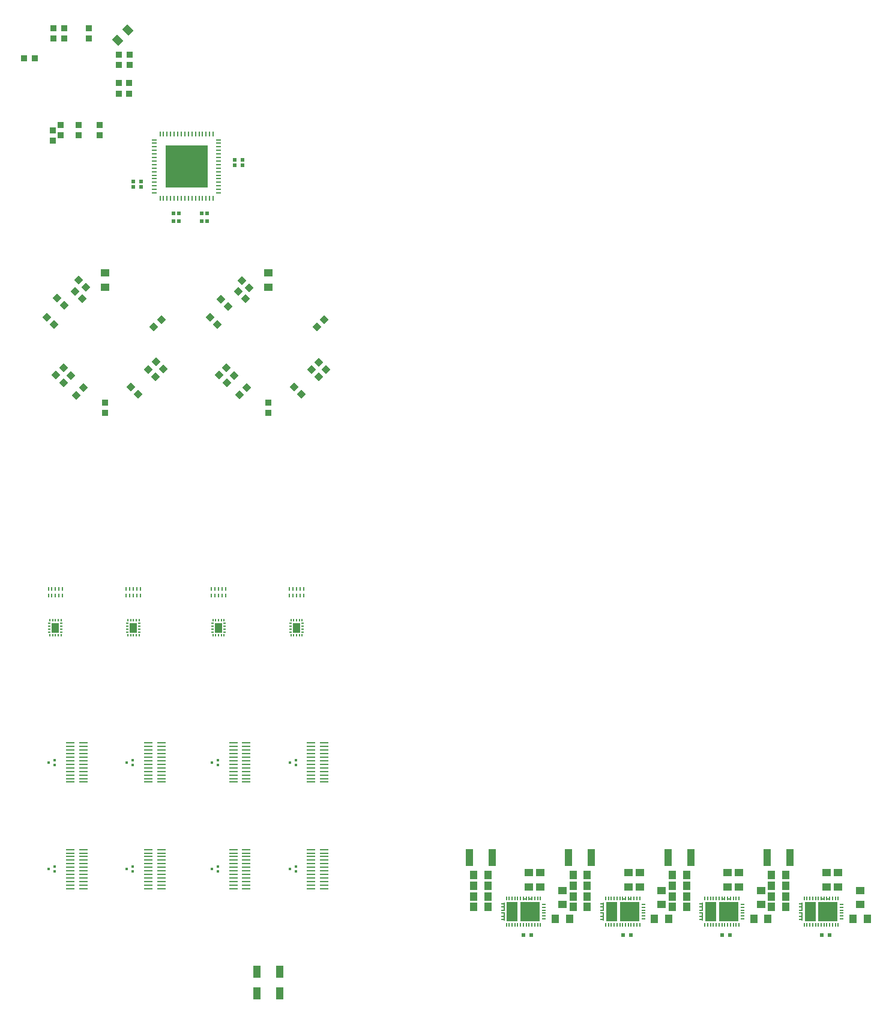
<source format=gbr>
%TF.GenerationSoftware,Altium Limited,Altium Designer,22.5.1 (42)*%
G04 Layer_Color=128*
%FSLAX26Y26*%
%MOIN*%
%TF.SameCoordinates,79F18A81-A5BF-4171-AD75-6FA3A7A6B408*%
%TF.FilePolarity,Positive*%
%TF.FileFunction,Paste,Bot*%
%TF.Part,Single*%
G01*
G75*
%TA.AperFunction,SMDPad,CuDef*%
%ADD13R,0.035433X0.033465*%
%ADD14R,0.023622X0.023622*%
%ADD15R,0.049213X0.039370*%
%ADD16R,0.023622X0.023622*%
%ADD19R,0.039370X0.070866*%
%ADD20R,0.043307X0.094488*%
%ADD21R,0.039370X0.049213*%
%ADD24R,0.007874X0.023622*%
%ADD25R,0.060236X0.107087*%
%ADD26R,0.107087X0.107087*%
%ADD27R,0.023622X0.009842*%
%ADD28R,0.023622X0.007874*%
G04:AMPARAMS|DCode=30|XSize=39.37mil|YSize=55.118mil|CornerRadius=0.984mil|HoleSize=0mil|Usage=FLASHONLY|Rotation=180.000|XOffset=0mil|YOffset=0mil|HoleType=Round|Shape=RoundedRectangle|*
%AMROUNDEDRECTD30*
21,1,0.039370,0.053150,0,0,180.0*
21,1,0.037402,0.055118,0,0,180.0*
1,1,0.001968,-0.018701,0.026575*
1,1,0.001968,0.018701,0.026575*
1,1,0.001968,0.018701,-0.026575*
1,1,0.001968,-0.018701,-0.026575*
%
%ADD30ROUNDEDRECTD30*%
G04:AMPARAMS|DCode=31|XSize=7.874mil|YSize=11.811mil|CornerRadius=0.984mil|HoleSize=0mil|Usage=FLASHONLY|Rotation=180.000|XOffset=0mil|YOffset=0mil|HoleType=Round|Shape=RoundedRectangle|*
%AMROUNDEDRECTD31*
21,1,0.007874,0.009843,0,0,180.0*
21,1,0.005906,0.011811,0,0,180.0*
1,1,0.001968,-0.002953,0.004921*
1,1,0.001968,0.002953,0.004921*
1,1,0.001968,0.002953,-0.004921*
1,1,0.001968,-0.002953,-0.004921*
%
%ADD31ROUNDEDRECTD31*%
G04:AMPARAMS|DCode=32|XSize=7.874mil|YSize=11.811mil|CornerRadius=0.984mil|HoleSize=0mil|Usage=FLASHONLY|Rotation=90.000|XOffset=0mil|YOffset=0mil|HoleType=Round|Shape=RoundedRectangle|*
%AMROUNDEDRECTD32*
21,1,0.007874,0.009843,0,0,90.0*
21,1,0.005906,0.011811,0,0,90.0*
1,1,0.001968,0.004921,0.002953*
1,1,0.001968,0.004921,-0.002953*
1,1,0.001968,-0.004921,-0.002953*
1,1,0.001968,-0.004921,0.002953*
%
%ADD32ROUNDEDRECTD32*%
%ADD34R,0.007874X0.018701*%
%ADD35R,0.033465X0.035433*%
G04:AMPARAMS|DCode=36|XSize=39.37mil|YSize=49.213mil|CornerRadius=0mil|HoleSize=0mil|Usage=FLASHONLY|Rotation=45.000|XOffset=0mil|YOffset=0mil|HoleType=Round|Shape=Rectangle|*
%AMROTATEDRECTD36*
4,1,4,0.003480,-0.031319,-0.031319,0.003480,-0.003480,0.031319,0.031319,-0.003480,0.003480,-0.031319,0.0*
%
%ADD36ROTATEDRECTD36*%

%ADD45R,0.027165X0.011024*%
%ADD46R,0.011024X0.027165*%
%TA.AperFunction,Conductor*%
%ADD62R,0.023622X0.010827*%
%ADD63R,0.010827X0.045276*%
%TA.AperFunction,SMDPad,CuDef*%
G04:AMPARAMS|DCode=83|XSize=33.465mil|YSize=35.433mil|CornerRadius=0mil|HoleSize=0mil|Usage=FLASHONLY|Rotation=315.000|XOffset=0mil|YOffset=0mil|HoleType=Round|Shape=Rectangle|*
%AMROTATEDRECTD83*
4,1,4,-0.024359,-0.000696,0.000696,0.024359,0.024359,0.000696,-0.000696,-0.024359,-0.024359,-0.000696,0.0*
%
%ADD83ROTATEDRECTD83*%

G04:AMPARAMS|DCode=84|XSize=33.465mil|YSize=35.433mil|CornerRadius=0mil|HoleSize=0mil|Usage=FLASHONLY|Rotation=225.000|XOffset=0mil|YOffset=0mil|HoleType=Round|Shape=Rectangle|*
%AMROTATEDRECTD84*
4,1,4,-0.000696,0.024359,0.024359,-0.000696,0.000696,-0.024359,-0.024359,0.000696,-0.000696,0.024359,0.0*
%
%ADD84ROTATEDRECTD84*%

%ADD85R,0.236220X0.236220*%
%ADD86R,0.011811X0.011811*%
%ADD87R,0.045276X0.011024*%
D13*
X7273622Y8836614D02*
D03*
Y8779528D02*
D03*
X7332677Y8836614D02*
D03*
Y8779528D02*
D03*
X7470472Y8836614D02*
D03*
Y8779528D02*
D03*
X7411417Y8242126D02*
D03*
Y8299213D02*
D03*
X7268701Y8212598D02*
D03*
Y8269685D02*
D03*
X7529528Y8243110D02*
D03*
Y8300197D02*
D03*
X7312992Y8242126D02*
D03*
Y8299213D02*
D03*
X8464567Y6760827D02*
D03*
Y6703740D02*
D03*
X7559055Y6760827D02*
D03*
Y6703740D02*
D03*
D14*
X8125243Y7810039D02*
D03*
Y7766732D02*
D03*
X8095243Y7810039D02*
D03*
Y7766732D02*
D03*
X7967992Y7810039D02*
D03*
Y7766732D02*
D03*
X7937992Y7810039D02*
D03*
Y7766732D02*
D03*
D15*
X9913386Y4153543D02*
D03*
Y4074803D02*
D03*
X9976378Y4153543D02*
D03*
Y4074803D02*
D03*
X10464567Y4153543D02*
D03*
Y4074803D02*
D03*
X10649606Y4055118D02*
D03*
Y3976378D02*
D03*
X10527559Y4153543D02*
D03*
Y4074803D02*
D03*
X11078740Y4153543D02*
D03*
Y4074803D02*
D03*
X11015748Y4153543D02*
D03*
Y4074803D02*
D03*
X10098425Y4055118D02*
D03*
Y3976378D02*
D03*
X11200787Y4055118D02*
D03*
Y3976378D02*
D03*
X11566929Y4153543D02*
D03*
Y4074803D02*
D03*
X11629921Y4153543D02*
D03*
Y4074803D02*
D03*
X11751969Y4055118D02*
D03*
Y3976378D02*
D03*
X8464567Y7401575D02*
D03*
Y7480315D02*
D03*
X7559055Y7401575D02*
D03*
Y7480315D02*
D03*
D16*
X8277559Y8075520D02*
D03*
X8320866D02*
D03*
X10478346Y3807087D02*
D03*
X10435039D02*
D03*
X9927165D02*
D03*
X9883858D02*
D03*
X11029528D02*
D03*
X10986220D02*
D03*
X11580709D02*
D03*
X11537402D02*
D03*
X8320866Y8105520D02*
D03*
X8277559D02*
D03*
X7758858Y7987205D02*
D03*
X7715551D02*
D03*
X7758858Y7957205D02*
D03*
X7715551D02*
D03*
D19*
X8527559Y3602362D02*
D03*
X8401575D02*
D03*
X8527559Y3484252D02*
D03*
X8401575D02*
D03*
D20*
X9708661Y4238189D02*
D03*
X9582677D02*
D03*
X10259843D02*
D03*
X10133858D02*
D03*
X10811024D02*
D03*
X10685039D02*
D03*
X11362205D02*
D03*
X11236220D02*
D03*
D21*
X9606299Y3962598D02*
D03*
X9685039D02*
D03*
X9606299Y4021653D02*
D03*
X9685039D02*
D03*
X9606299Y4080709D02*
D03*
X9685039D02*
D03*
X9606299Y4139764D02*
D03*
X9685039D02*
D03*
X10157480Y3962598D02*
D03*
X10236220D02*
D03*
X10157480Y4139764D02*
D03*
X10236220D02*
D03*
X10157480Y4080709D02*
D03*
X10236220D02*
D03*
X10157480Y4021653D02*
D03*
X10236220D02*
D03*
X10688976Y3897638D02*
D03*
X10610236D02*
D03*
X10708661Y4021653D02*
D03*
X10787402D02*
D03*
X10708661Y3962598D02*
D03*
X10787402D02*
D03*
X10708661Y4139764D02*
D03*
X10787402D02*
D03*
X10708661Y4080709D02*
D03*
X10787402D02*
D03*
X10137795Y3897638D02*
D03*
X10059055D02*
D03*
X11240157D02*
D03*
X11161417D02*
D03*
X11259843Y4021654D02*
D03*
X11338583D02*
D03*
X11259843Y3962598D02*
D03*
X11338583D02*
D03*
X11259843Y4139764D02*
D03*
X11338583D02*
D03*
X11259843Y4080709D02*
D03*
X11338583D02*
D03*
X11791339Y3897638D02*
D03*
X11712598D02*
D03*
D24*
X10448819Y3862205D02*
D03*
X10527559Y4011811D02*
D03*
X10511811D02*
D03*
X10480315D02*
D03*
X10464567D02*
D03*
X10448819D02*
D03*
X10433071D02*
D03*
X10417323D02*
D03*
X10401575D02*
D03*
X10385827D02*
D03*
X10370079D02*
D03*
X10354331D02*
D03*
X10338583D02*
D03*
Y3862205D02*
D03*
X10354331D02*
D03*
X10370079D02*
D03*
X10385827D02*
D03*
X10401575D02*
D03*
X10417323D02*
D03*
X10433071D02*
D03*
X10464567D02*
D03*
X10480315D02*
D03*
X10496063D02*
D03*
X10511811D02*
D03*
X10527559D02*
D03*
X10496063Y4011811D02*
D03*
X9897638Y3862205D02*
D03*
X9976378Y4011811D02*
D03*
X9960630D02*
D03*
X9929134D02*
D03*
X9913386D02*
D03*
X9897638D02*
D03*
X9881890D02*
D03*
X9866142D02*
D03*
X9850394D02*
D03*
X9834646D02*
D03*
X9818898D02*
D03*
X9803149D02*
D03*
X9787401D02*
D03*
Y3862205D02*
D03*
X9803149D02*
D03*
X9818898D02*
D03*
X9834646D02*
D03*
X9850394D02*
D03*
X9866142D02*
D03*
X9881890D02*
D03*
X9913386D02*
D03*
X9929134D02*
D03*
X9944882D02*
D03*
X9960630D02*
D03*
X9976378D02*
D03*
X9944882Y4011811D02*
D03*
X11000000Y3862205D02*
D03*
X11078740Y4011811D02*
D03*
X11062992D02*
D03*
X11031496D02*
D03*
X11015748D02*
D03*
X11000000D02*
D03*
X10984252D02*
D03*
X10968504D02*
D03*
X10952756D02*
D03*
X10937008D02*
D03*
X10921260D02*
D03*
X10905512D02*
D03*
X10889764D02*
D03*
Y3862205D02*
D03*
X10905512D02*
D03*
X10921260D02*
D03*
X10937008D02*
D03*
X10952756D02*
D03*
X10968504D02*
D03*
X10984252D02*
D03*
X11015748D02*
D03*
X11031496D02*
D03*
X11047244D02*
D03*
X11062992D02*
D03*
X11078740D02*
D03*
X11047244Y4011811D02*
D03*
X11551181Y3862205D02*
D03*
X11629921Y4011811D02*
D03*
X11614173D02*
D03*
X11582677D02*
D03*
X11566929D02*
D03*
X11551181D02*
D03*
X11535433D02*
D03*
X11519685D02*
D03*
X11503937D02*
D03*
X11488189D02*
D03*
X11472441D02*
D03*
X11456693D02*
D03*
X11440945D02*
D03*
Y3862205D02*
D03*
X11456693D02*
D03*
X11472441D02*
D03*
X11488189D02*
D03*
X11503937D02*
D03*
X11519685D02*
D03*
X11535433D02*
D03*
X11566929D02*
D03*
X11582677D02*
D03*
X11598425D02*
D03*
X11614173D02*
D03*
X11629921D02*
D03*
X11598425Y4011811D02*
D03*
D25*
X10371654Y3937008D02*
D03*
X9820472D02*
D03*
X10922835D02*
D03*
X11474016D02*
D03*
D26*
X10471063D02*
D03*
X9919882D02*
D03*
X11022244D02*
D03*
X11573425D02*
D03*
D27*
X10318898Y3981299D02*
D03*
Y3892717D02*
D03*
X9767717Y3981299D02*
D03*
Y3892717D02*
D03*
X10870079Y3981299D02*
D03*
Y3892717D02*
D03*
X11421260Y3981299D02*
D03*
Y3892717D02*
D03*
D28*
X10318898Y3962599D02*
D03*
Y3944882D02*
D03*
Y3929134D02*
D03*
Y3911417D02*
D03*
X10547244Y3897638D02*
D03*
Y3913386D02*
D03*
Y3929134D02*
D03*
Y3944882D02*
D03*
Y3960630D02*
D03*
Y3976378D02*
D03*
X9767717Y3962599D02*
D03*
Y3944882D02*
D03*
Y3929134D02*
D03*
Y3911417D02*
D03*
X9996063Y3897638D02*
D03*
Y3913386D02*
D03*
Y3929134D02*
D03*
Y3944882D02*
D03*
Y3960630D02*
D03*
Y3976378D02*
D03*
X10870079Y3962599D02*
D03*
Y3944882D02*
D03*
Y3929134D02*
D03*
Y3911417D02*
D03*
X11098425Y3897638D02*
D03*
Y3913386D02*
D03*
Y3929134D02*
D03*
Y3944882D02*
D03*
Y3960630D02*
D03*
Y3976378D02*
D03*
X11421260Y3962599D02*
D03*
Y3944882D02*
D03*
Y3929134D02*
D03*
Y3911417D02*
D03*
X11649606Y3897638D02*
D03*
Y3913386D02*
D03*
Y3929134D02*
D03*
Y3944882D02*
D03*
Y3960630D02*
D03*
Y3976378D02*
D03*
D30*
X8188976Y5511811D02*
D03*
X8622047D02*
D03*
X7716535D02*
D03*
X7283465D02*
D03*
D31*
X8220472Y5470472D02*
D03*
X8204724D02*
D03*
X8188976D02*
D03*
X8173228D02*
D03*
X8157480D02*
D03*
Y5553150D02*
D03*
X8173228D02*
D03*
X8188976D02*
D03*
X8204724D02*
D03*
X8220472D02*
D03*
X8653543Y5470472D02*
D03*
X8637795D02*
D03*
X8622047D02*
D03*
X8606299D02*
D03*
X8590551D02*
D03*
Y5553150D02*
D03*
X8606299D02*
D03*
X8622047D02*
D03*
X8637795D02*
D03*
X8653543D02*
D03*
X7748032D02*
D03*
X7732283D02*
D03*
X7716535D02*
D03*
X7700788D02*
D03*
X7685039D02*
D03*
Y5470472D02*
D03*
X7700788D02*
D03*
X7716535D02*
D03*
X7732283D02*
D03*
X7748032D02*
D03*
X7314961D02*
D03*
X7299213D02*
D03*
X7283465D02*
D03*
X7267717D02*
D03*
X7251968D02*
D03*
Y5553150D02*
D03*
X7267717D02*
D03*
X7283465D02*
D03*
X7299213D02*
D03*
X7314961D02*
D03*
D32*
X8222441Y5535433D02*
D03*
Y5519685D02*
D03*
Y5503937D02*
D03*
Y5488189D02*
D03*
X8155512D02*
D03*
Y5503937D02*
D03*
Y5519685D02*
D03*
Y5535433D02*
D03*
X8655512D02*
D03*
Y5519685D02*
D03*
Y5503937D02*
D03*
Y5488189D02*
D03*
X8588583D02*
D03*
Y5503937D02*
D03*
Y5519685D02*
D03*
Y5535433D02*
D03*
X7683071D02*
D03*
Y5519685D02*
D03*
Y5503937D02*
D03*
Y5488189D02*
D03*
X7750000D02*
D03*
Y5503937D02*
D03*
Y5519685D02*
D03*
Y5535433D02*
D03*
X7316929D02*
D03*
Y5519685D02*
D03*
Y5503937D02*
D03*
Y5488189D02*
D03*
X7250000D02*
D03*
Y5503937D02*
D03*
Y5519685D02*
D03*
Y5535433D02*
D03*
D34*
X8661417Y5689961D02*
D03*
X8641732D02*
D03*
X8622047D02*
D03*
X8602362D02*
D03*
X8582677D02*
D03*
Y5727362D02*
D03*
X8602362D02*
D03*
X8622047D02*
D03*
X8641732D02*
D03*
X8661417D02*
D03*
X7322835Y5689961D02*
D03*
X7303150D02*
D03*
X7283465D02*
D03*
X7263780D02*
D03*
X7244095D02*
D03*
Y5727362D02*
D03*
X7263779D02*
D03*
X7283465D02*
D03*
X7303150D02*
D03*
X7322835D02*
D03*
X8228346Y5689961D02*
D03*
X8208662D02*
D03*
X8188976D02*
D03*
X8169291D02*
D03*
X8149606D02*
D03*
Y5727362D02*
D03*
X8169291D02*
D03*
X8188976D02*
D03*
X8208661D02*
D03*
X8228346D02*
D03*
X7755906Y5689961D02*
D03*
X7736221D02*
D03*
X7716535D02*
D03*
X7696850D02*
D03*
X7677165D02*
D03*
Y5727362D02*
D03*
X7696850D02*
D03*
X7716535D02*
D03*
X7736221D02*
D03*
X7755906D02*
D03*
D35*
X7693898Y8631890D02*
D03*
X7636811D02*
D03*
X7692913Y8533465D02*
D03*
X7635827D02*
D03*
X7692913Y8474409D02*
D03*
X7635827D02*
D03*
X7110236Y8671260D02*
D03*
X7167323D02*
D03*
X7693898Y8690945D02*
D03*
X7636811D02*
D03*
D36*
X7685319Y8827051D02*
D03*
X7629641Y8771374D02*
D03*
D45*
X8189958Y7923228D02*
D03*
Y7942913D02*
D03*
Y7962598D02*
D03*
Y7982283D02*
D03*
Y8001968D02*
D03*
Y8021654D02*
D03*
Y8041338D02*
D03*
Y8061024D02*
D03*
Y8218504D02*
D03*
Y8198819D02*
D03*
Y8179134D02*
D03*
Y8159449D02*
D03*
Y8139764D02*
D03*
Y8120079D02*
D03*
Y8100394D02*
D03*
Y8080709D02*
D03*
X7833659Y8218504D02*
D03*
Y8198819D02*
D03*
Y8179134D02*
D03*
Y8159449D02*
D03*
Y8139764D02*
D03*
Y8120079D02*
D03*
Y8100394D02*
D03*
Y8080709D02*
D03*
Y7923228D02*
D03*
Y7942913D02*
D03*
Y7962598D02*
D03*
Y7982283D02*
D03*
Y8001968D02*
D03*
Y8021654D02*
D03*
Y8041338D02*
D03*
Y8061024D02*
D03*
D46*
X8159446Y8249016D02*
D03*
X8139761D02*
D03*
X8120076D02*
D03*
X8100391D02*
D03*
X8080706D02*
D03*
X8061021D02*
D03*
X8041336D02*
D03*
X8021651D02*
D03*
X7864171D02*
D03*
X7883856D02*
D03*
X7903541D02*
D03*
X7923226D02*
D03*
X7942911D02*
D03*
X7962596D02*
D03*
X7982281D02*
D03*
X8001966D02*
D03*
X7864171Y7892717D02*
D03*
X7883856D02*
D03*
X7903541D02*
D03*
X7923226D02*
D03*
X7942911D02*
D03*
X7962596D02*
D03*
X7982281D02*
D03*
X8001966D02*
D03*
X8159446D02*
D03*
X8139761D02*
D03*
X8120076D02*
D03*
X8100391D02*
D03*
X8080706D02*
D03*
X8061021D02*
D03*
X8041336D02*
D03*
X8021651D02*
D03*
D62*
X10440952Y4005413D02*
D03*
X10472441Y4005420D02*
D03*
X9889765Y4005413D02*
D03*
X9921260Y4005415D02*
D03*
X10992134Y4005413D02*
D03*
X11023622Y4005421D02*
D03*
X11543315Y4005413D02*
D03*
X11574803Y4005420D02*
D03*
D63*
X10325292Y3910433D02*
D03*
Y3963583D02*
D03*
X9774108Y3910433D02*
D03*
Y3963583D02*
D03*
X10876474Y3910433D02*
D03*
Y3963583D02*
D03*
X11427655Y3910433D02*
D03*
Y3963583D02*
D03*
D83*
X8746549Y6984750D02*
D03*
X8786915Y6944384D02*
D03*
X8242624Y7294777D02*
D03*
X8202258Y7335144D02*
D03*
X8357782Y7397140D02*
D03*
X8317415Y7437506D02*
D03*
X8705210Y6943412D02*
D03*
X8745577Y6903045D02*
D03*
X8607770Y6845971D02*
D03*
X8648136Y6805604D02*
D03*
X7333175Y7298714D02*
D03*
X7292809Y7339081D02*
D03*
X7702258Y6845971D02*
D03*
X7742624Y6805604D02*
D03*
X7799699Y6943412D02*
D03*
X7840065Y6903045D02*
D03*
X7843006Y6986719D02*
D03*
X7883372Y6946352D02*
D03*
X7451286Y7400092D02*
D03*
X7410919Y7440459D02*
D03*
X8339081Y7338084D02*
D03*
X8298714Y7378451D02*
D03*
X8181600Y7192415D02*
D03*
X8141234Y7232782D02*
D03*
X7433569Y7338084D02*
D03*
X7393203Y7378451D02*
D03*
X7276089Y7192415D02*
D03*
X7235722Y7232782D02*
D03*
D84*
X8275104Y6910931D02*
D03*
X8234738Y6870565D02*
D03*
X8233766Y6953254D02*
D03*
X8193399Y6912888D02*
D03*
X8346955Y6843018D02*
D03*
X8306588Y6802651D02*
D03*
X7368608Y6909947D02*
D03*
X7328242Y6869581D02*
D03*
X7439475Y6842034D02*
D03*
X7399108Y6801667D02*
D03*
X7327270Y6953254D02*
D03*
X7286903Y6912888D02*
D03*
X8735722Y7180604D02*
D03*
X8776089Y7220971D02*
D03*
X7830211Y7180604D02*
D03*
X7870577Y7220971D02*
D03*
D85*
X8011809Y8070866D02*
D03*
D86*
X7280512Y4777559D02*
D03*
Y4750000D02*
D03*
X7247047Y4763779D02*
D03*
X8186024Y4187008D02*
D03*
Y4159449D02*
D03*
X8152559Y4173228D02*
D03*
X8186024Y4777559D02*
D03*
Y4750000D02*
D03*
X8152559Y4763779D02*
D03*
X7713583Y4777559D02*
D03*
Y4750000D02*
D03*
X7680118Y4763779D02*
D03*
X8619094Y4187008D02*
D03*
Y4159449D02*
D03*
X8585630Y4173228D02*
D03*
X7713583Y4187008D02*
D03*
Y4159449D02*
D03*
X7680118Y4173228D02*
D03*
X8619094Y4777559D02*
D03*
Y4750000D02*
D03*
X8585630Y4763779D02*
D03*
X7280512Y4187008D02*
D03*
Y4159449D02*
D03*
X7247047Y4173228D02*
D03*
D87*
X7437992Y4655512D02*
D03*
Y4675197D02*
D03*
Y4694882D02*
D03*
Y4714567D02*
D03*
Y4734252D02*
D03*
Y4753937D02*
D03*
Y4773622D02*
D03*
Y4793307D02*
D03*
Y4812992D02*
D03*
Y4832677D02*
D03*
Y4852362D02*
D03*
Y4872047D02*
D03*
X7365158D02*
D03*
Y4852362D02*
D03*
Y4832677D02*
D03*
Y4812992D02*
D03*
Y4793307D02*
D03*
Y4773622D02*
D03*
Y4753937D02*
D03*
Y4734252D02*
D03*
Y4714567D02*
D03*
Y4694882D02*
D03*
Y4675197D02*
D03*
Y4655512D02*
D03*
X8343504Y4064961D02*
D03*
Y4084646D02*
D03*
Y4104331D02*
D03*
Y4124016D02*
D03*
Y4143701D02*
D03*
Y4163386D02*
D03*
Y4183071D02*
D03*
Y4202756D02*
D03*
Y4222441D02*
D03*
Y4242126D02*
D03*
Y4261811D02*
D03*
Y4281496D02*
D03*
X8270669D02*
D03*
Y4261811D02*
D03*
Y4242126D02*
D03*
Y4222441D02*
D03*
Y4202756D02*
D03*
Y4183071D02*
D03*
Y4163386D02*
D03*
Y4143701D02*
D03*
Y4124016D02*
D03*
Y4104331D02*
D03*
Y4084646D02*
D03*
Y4064961D02*
D03*
X8776575Y4655512D02*
D03*
Y4675197D02*
D03*
Y4694882D02*
D03*
Y4714567D02*
D03*
Y4734252D02*
D03*
Y4753937D02*
D03*
Y4773622D02*
D03*
Y4793307D02*
D03*
Y4812992D02*
D03*
Y4832677D02*
D03*
Y4852362D02*
D03*
Y4872047D02*
D03*
X8703740D02*
D03*
Y4852362D02*
D03*
Y4832677D02*
D03*
Y4812992D02*
D03*
Y4793307D02*
D03*
Y4773622D02*
D03*
Y4753937D02*
D03*
Y4734252D02*
D03*
Y4714567D02*
D03*
Y4694882D02*
D03*
Y4675197D02*
D03*
Y4655512D02*
D03*
X8343504D02*
D03*
Y4675197D02*
D03*
Y4694882D02*
D03*
Y4714567D02*
D03*
Y4734252D02*
D03*
Y4753937D02*
D03*
Y4773622D02*
D03*
Y4793307D02*
D03*
Y4812992D02*
D03*
Y4832677D02*
D03*
Y4852362D02*
D03*
Y4872047D02*
D03*
X8270669D02*
D03*
Y4852362D02*
D03*
Y4832677D02*
D03*
Y4812992D02*
D03*
Y4793307D02*
D03*
Y4773622D02*
D03*
Y4753937D02*
D03*
Y4734252D02*
D03*
Y4714567D02*
D03*
Y4694882D02*
D03*
Y4675197D02*
D03*
Y4655512D02*
D03*
X8776575Y4064961D02*
D03*
Y4084646D02*
D03*
Y4104331D02*
D03*
Y4124016D02*
D03*
Y4143701D02*
D03*
Y4163386D02*
D03*
Y4183071D02*
D03*
Y4202756D02*
D03*
Y4222441D02*
D03*
Y4242126D02*
D03*
Y4261811D02*
D03*
Y4281496D02*
D03*
X8703740D02*
D03*
Y4261811D02*
D03*
Y4242126D02*
D03*
Y4222441D02*
D03*
Y4202756D02*
D03*
Y4183071D02*
D03*
Y4163386D02*
D03*
Y4143701D02*
D03*
Y4124016D02*
D03*
Y4104331D02*
D03*
Y4084646D02*
D03*
Y4064961D02*
D03*
X7871063D02*
D03*
Y4084646D02*
D03*
Y4104331D02*
D03*
Y4124016D02*
D03*
Y4143701D02*
D03*
Y4163386D02*
D03*
Y4183071D02*
D03*
Y4202756D02*
D03*
Y4222441D02*
D03*
Y4242126D02*
D03*
Y4261811D02*
D03*
Y4281496D02*
D03*
X7798228D02*
D03*
Y4261811D02*
D03*
Y4242126D02*
D03*
Y4222441D02*
D03*
Y4202756D02*
D03*
Y4183071D02*
D03*
Y4163386D02*
D03*
Y4143701D02*
D03*
Y4124016D02*
D03*
Y4104331D02*
D03*
Y4084646D02*
D03*
Y4064961D02*
D03*
X7871063Y4655512D02*
D03*
Y4675197D02*
D03*
Y4694882D02*
D03*
Y4714567D02*
D03*
Y4734252D02*
D03*
Y4753937D02*
D03*
Y4773622D02*
D03*
Y4793307D02*
D03*
Y4812992D02*
D03*
Y4832677D02*
D03*
Y4852362D02*
D03*
Y4872047D02*
D03*
X7798228D02*
D03*
Y4852362D02*
D03*
Y4832677D02*
D03*
Y4812992D02*
D03*
Y4793307D02*
D03*
Y4773622D02*
D03*
Y4753937D02*
D03*
Y4734252D02*
D03*
Y4714567D02*
D03*
Y4694882D02*
D03*
Y4675197D02*
D03*
Y4655512D02*
D03*
X7437992Y4064961D02*
D03*
Y4084646D02*
D03*
Y4104331D02*
D03*
Y4124016D02*
D03*
Y4143701D02*
D03*
Y4163386D02*
D03*
Y4183071D02*
D03*
Y4202756D02*
D03*
Y4222441D02*
D03*
Y4242126D02*
D03*
Y4261811D02*
D03*
Y4281496D02*
D03*
X7365158D02*
D03*
Y4261811D02*
D03*
Y4242126D02*
D03*
Y4222441D02*
D03*
Y4202756D02*
D03*
Y4183071D02*
D03*
Y4163386D02*
D03*
Y4143701D02*
D03*
Y4124016D02*
D03*
Y4104331D02*
D03*
Y4084646D02*
D03*
Y4064961D02*
D03*
%TF.MD5,cce00582c9756fdc065a7b99363855e7*%
M02*

</source>
